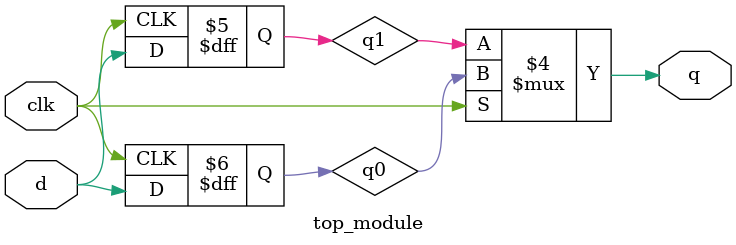
<source format=v>

module top_module (
    input clk, d,
    output q
);
    //create intermediate wires
    wire q0, q1;

    always @(posedge clk) begin
        q0 <= d;
    end

    always @(negedge clk) begin
        q1 <= d;
    end

    //implement mux for selector
    always @(*) begin
        q = (clk) ? q0 : q1;
    end
endmodule
</source>
